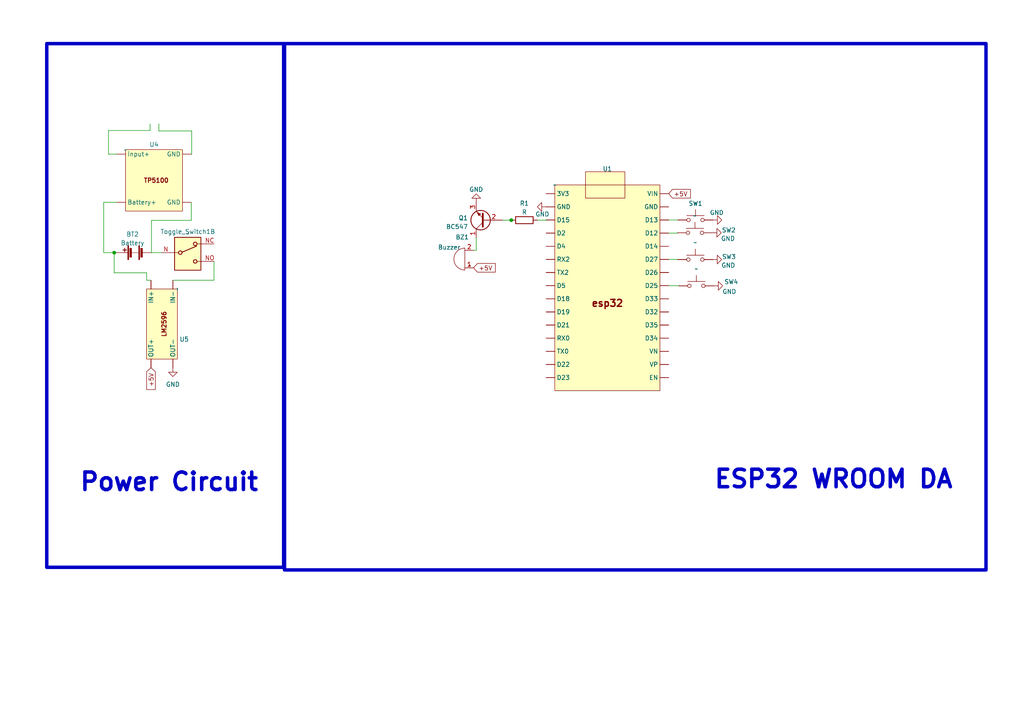
<source format=kicad_sch>
(kicad_sch (version 20230121) (generator eeschema)
  (paper "A4")
  (lib_symbols
    (symbol "Connector_Audio:XLR3_Switched" (pin_names hide)
      (property "Reference" "J" (at 0 8.89 0))
      (property "Value" "XLR3_Switched" (at 0 6.35 0))
      (symbol "XLR3_Switched_1_1"
        (circle (center -3.556 0) (radius 1.016))
        (circle (center 0 -3.556) (radius 1.016))
        (polyline (pts (xy -5.08 0) (xy -4.572 0)))
        (polyline (pts (xy 0 -5.08) (xy 0 -4.572)))
        (polyline (pts (xy 5.08 0) (xy 4.572 0)))
        (circle (center 0 0) (radius 5.08) (fill (type background)))
        (circle (center 3.556 0) (radius 1.016))
        (text "1" (at -3.556 1.778 0) (effects (font (size 1.016 1.016) bold)))
        (text "2" (at 3.556 1.778 0) (effects (font (size 1.016 1.016) bold)))
        (text "3" (at 0 -1.778 0) (effects (font (size 1.016 1.016) bold)))
        (pin passive line (at -7.62 0 0) (length 2.54) (name "~") (number "1"))
        (pin passive line (at 7.62 0 180) (length 2.54) (name "~") (number "2"))
        (pin passive line (at 0 -7.62 90) (length 2.54) (name "~") (number "3"))
      )
      (symbol "XLR3_Switched_2_1"
        (rectangle (start -3.81 4.445) (end 3.81 -5.08) (stroke (width 0.254)) (fill (type background)))
        (circle (center -2.159 0) (radius 0.508) (stroke (width 0.254)))
        (polyline (pts (xy -5.08 0) (xy -2.794 0)))
        (polyline (pts (xy -1.651 0.127) (xy 2.54 1.905)) (stroke (width 0.254)))
        (polyline (pts (xy 5.08 -2.54) (xy 2.794 -2.54)))
        (polyline (pts (xy 5.08 2.54) (xy 2.794 2.54)))
        (circle (center 2.159 -2.54) (radius 0.508) (stroke (width 0.254)))
        (circle (center 2.159 2.54) (radius 0.508) (stroke (width 0.254)))
        (pin passive line (at -7.62 0 0) (length 2.54) (name "~") (number "N"))
        (pin passive line (at 7.62 2.54 180) (length 2.54) (name "~") (number "NC"))
        (pin passive line (at 7.62 -2.54 180) (length 2.54) (name "~") (number "NO"))
      )
    )
    (symbol "Device:Battery" (pin_numbers hide) (pin_names (offset 0) hide)
      (property "Reference" "BT" (at 2.54 2.54 0))
      (property "Value" "Battery" (at 2.54 0 0))
      (symbol "Battery_0_1"
        (rectangle (start -2.032 -1.397) (end 2.032 -1.651) (fill (type outline)))
        (rectangle (start -2.032 1.778) (end 2.032 1.524) (fill (type outline)))
        (rectangle (start -1.3208 -1.9812) (end 1.27 -2.4892) (fill (type outline)))
        (rectangle (start -1.3208 1.1938) (end 1.27 0.6858) (fill (type outline)))
        (polyline (pts (xy 0 -1.524) (xy 0 -1.27)))
        (polyline (pts (xy 0 -1.016) (xy 0 -0.762)))
        (polyline (pts (xy 0 -0.508) (xy 0 -0.254)))
        (polyline (pts (xy 0 0) (xy 0 0.254)))
        (polyline (pts (xy 0 0.508) (xy 0 0.762)))
        (polyline (pts (xy 0 1.778) (xy 0 2.54)))
        (polyline (pts (xy 0.254 2.667) (xy 1.27 2.667)) (stroke (width 0.254)))
        (polyline (pts (xy 0.762 3.175) (xy 0.762 2.159)) (stroke (width 0.254)))
      )
      (symbol "Battery_1_1"
        (pin passive line (at 0 5.08 270) (length 2.54) (name "+") (number "1"))
        (pin passive line (at 0 -5.08 90) (length 2.54) (name "-") (number "2"))
      )
    )
    (symbol "Device:Buzzer" (pin_names (offset 0.0254) hide)
      (property "Reference" "BZ" (at 3.81 1.27 0))
      (property "Value" "Buzzer" (at 3.81 -1.27 0))
      (symbol "Buzzer_0_1"
        (arc (start 0 -3.175) (mid 3.1612 0) (end 0 3.175))
        (polyline (pts (xy -1.651 1.905) (xy -1.143 1.905)))
        (polyline (pts (xy -1.397 2.159) (xy -1.397 1.651)))
        (polyline (pts (xy 0 3.175) (xy 0 -3.175)))
      )
      (symbol "Buzzer_1_1"
        (pin passive line (at -2.54 2.54 0) (length 2.54) (name "-") (number "1"))
        (pin passive line (at -2.54 -2.54 0) (length 2.54) (name "+") (number "2"))
      )
    )
    (symbol "Device:R" (pin_numbers hide) (pin_names (offset 0))
      (property "Reference" "R" (at 2.032 0 90))
      (property "Value" "R" (at 0 0 90))
      (symbol "R_0_1"
        (rectangle (start -1.016 -2.54) (end 1.016 2.54) (stroke (width 0.254)))
      )
      (symbol "R_1_1"
        (pin passive line (at 0 3.81 270) (length 1.27) (name "~") (number "1"))
        (pin passive line (at 0 -3.81 90) (length 1.27) (name "~") (number "2"))
      )
    )
    (symbol "Switch:SW_Push" (pin_numbers hide) (pin_names (offset 1.016) hide)
      (property "Reference" "SW" (at 1.27 2.54 0))
      (property "Value" "SW_Push" (at 0 -1.524 0))
      (symbol "SW_Push_0_1"
        (circle (center -2.032 0) (radius 0.508))
        (polyline (pts (xy 0 1.27) (xy 0 3.048)))
        (polyline (pts (xy 2.54 1.27) (xy -2.54 1.27)))
        (circle (center 2.032 0) (radius 0.508))
        (pin passive line (at -5.08 0 0) (length 2.54) (name "1") (number "1"))
        (pin passive line (at 5.08 0 180) (length 2.54) (name "2") (number "2"))
      )
    )
    (symbol "Transistor_BJT:BC547" (pin_names (offset 0) hide)
      (property "Reference" "Q" (at 5.08 1.905 0))
      (property "Value" "BC547" (at 5.08 0 0))
      (symbol "BC547_0_1"
        (polyline (pts (xy 0 0) (xy 0.635 0)))
        (polyline (pts (xy 0.635 0.635) (xy 2.54 2.54)))
        (polyline (pts (xy 0.635 -0.635) (xy 2.54 -2.54) (xy 2.54 -2.54)))
        (polyline (pts (xy 0.635 1.905) (xy 0.635 -1.905) (xy 0.635 -1.905)) (stroke (width 0.508)))
        (polyline (pts (xy 1.27 -1.778) (xy 1.778 -1.27) (xy 2.286 -2.286) (xy 1.27 -1.778) (xy 1.27 -1.778)) (fill (type outline)))
        (circle (center 1.27 0) (radius 2.8194) (stroke (width 0.254)))
      )
      (symbol "BC547_1_1"
        (pin passive line (at 2.54 5.08 270) (length 2.54) (name "C") (number "1"))
        (pin input line (at -5.08 0 0) (length 5.08) (name "B") (number "2"))
        (pin passive line (at 2.54 -5.08 90) (length 2.54) (name "E") (number "3"))
      )
    )
    (symbol "buck_converter1:lm2596"
      (property "Reference" "U" (at 0 0 0))
      (symbol "lm2596_1_1"
        (rectangle (start 0 0) (end 20.32 -8.89) (fill (type background)))
        (text "LM2596" (at 10.16 -3.81 0) (effects (font (size 1.27 1.27) bold)))
        (pin input line (at -2.54 -7.62 0) (length 2.54) (name "IN+") (number ""))
        (pin input line (at -2.54 -1.27 0) (length 2.54) (name "IN-") (number ""))
        (pin input line (at 22.86 -7.62 180) (length 2.54) (name "OUT+") (number ""))
        (pin input line (at 22.86 -1.27 180) (length 2.54) (name "OUT-") (number ""))
      )
    )
    (symbol "esp32:esp32_wroom32_DA"
      (property "Reference" "U" (at 30.48 -58.42 0))
      (symbol "esp32_wroom32_DA_1_1"
        (rectangle (start 0 1.27) (end 30.48 -58.42) (fill (type background)))
        (rectangle (start 10.16 -54.61) (end 21.59 -62.23) (fill (type background)))
        (text "esp32\n" (at 15.24 -24.13 0) (effects (font (size 2 2) bold)))
        (pin input line (at 33.02 -55.88 180) (length 2.54) (name "3V3") (number ""))
        (pin input line (at -2.54 -44.45 0) (length 2.54) (name "D12") (number ""))
        (pin input line (at -2.54 -48.26 0) (length 2.54) (name "D13") (number ""))
        (pin input line (at -2.54 -40.64 0) (length 2.54) (name "D14") (number ""))
        (pin input line (at 33.02 -48.26 180) (length 2.54) (name "D15") (number ""))
        (pin input line (at 33.02 -25.4 180) (length 2.54) (name "D18") (number ""))
        (pin input line (at 33.02 -21.59 180) (length 2.54) (name "D19") (number ""))
        (pin input line (at 33.02 -44.45 180) (length 2.54) (name "D2") (number ""))
        (pin input line (at 33.02 -17.78 180) (length 2.54) (name "D21") (number ""))
        (pin input line (at 33.02 -6.35 180) (length 2.54) (name "D22") (number ""))
        (pin input line (at 33.02 -2.54 180) (length 2.54) (name "D23") (number ""))
        (pin input line (at -2.54 -29.21 0) (length 2.54) (name "D25") (number ""))
        (pin input line (at -2.54 -33.02 0) (length 2.54) (name "D26") (number ""))
        (pin input line (at -2.54 -36.83 0) (length 2.54) (name "D27") (number ""))
        (pin input line (at -2.54 -21.59 0) (length 2.54) (name "D32") (number ""))
        (pin input line (at -2.54 -25.4 0) (length 2.54) (name "D33") (number ""))
        (pin input line (at -2.54 -13.97 0) (length 2.54) (name "D34") (number ""))
        (pin input line (at -2.54 -17.78 0) (length 2.54) (name "D35") (number ""))
        (pin input line (at 33.02 -40.64 180) (length 2.54) (name "D4") (number ""))
        (pin input line (at 33.02 -29.21 180) (length 2.54) (name "D5") (number ""))
        (pin input line (at -2.54 -2.54 0) (length 2.54) (name "EN") (number ""))
        (pin input line (at -2.54 -52.07 0) (length 2.54) (name "GND") (number ""))
        (pin input line (at 33.02 -52.07 180) (length 2.54) (name "GND") (number ""))
        (pin input line (at 33.02 -13.97 180) (length 2.54) (name "RX0") (number ""))
        (pin input line (at 33.02 -36.83 180) (length 2.54) (name "RX2") (number ""))
        (pin input line (at 33.02 -10.16 180) (length 2.54) (name "TX0") (number ""))
        (pin input line (at 33.02 -33.02 180) (length 2.54) (name "TX2") (number ""))
        (pin input line (at -2.54 -55.88 0) (length 2.54) (name "VIN") (number ""))
        (pin input line (at -2.54 -10.16 0) (length 2.54) (name "VN") (number ""))
        (pin input line (at -2.54 -6.35 0) (length 2.54) (name "VP") (number ""))
      )
    )
    (symbol "li-ion_charger_module:2_cell_charger"
      (property "Reference" "U" (at 0 0 0))
      (symbol "2_cell_charger_1_1"
        (rectangle (start 0 0) (end 16.51 -17.78) (fill (type background)))
        (text "TP5100" (at 8.89 -8.89 0) (effects (font (size 1.27 1.27) bold)))
        (pin input line (at -2.54 -15.24 0) (length 2.54) (name "Battery+") (number ""))
        (pin input line (at 19.05 -15.24 180) (length 2.54) (name "GND") (number ""))
        (pin input line (at 19.05 -1.27 180) (length 2.54) (name "GND") (number ""))
        (pin input line (at -2.54 -1.27 0) (length 2.54) (name "input+") (number ""))
      )
    )
    (symbol "power:GND" (power) (pin_names (offset 0))
      (property "Value" "GND" (at 0 -3.81 0))
      (symbol "GND_0_1"
        (polyline (pts (xy 0 0) (xy 0 -1.27) (xy 1.27 -1.27) (xy 0 -2.54) (xy -1.27 -1.27) (xy 0 -1.27)))
      )
      (symbol "GND_1_1"
        (pin power_in line (at 0 0 270) (length 0) hide (name "GND") (number "1"))
      )
    )
  )
  (junction (at 148.2852 63.8556))
  (junction (at 33.1216 73.279))
  (wire (pts (xy 50.1396 81.28) (xy 62.0776 81.28)))
  (wire (pts (xy 30.0736 58.674) (xy 33.8836 58.674)))
  (wire (pts (xy 55.6006 37.973) (xy 55.6006 44.704)))
  (wire (pts (xy 62.0776 81.28) (xy 62.0776 75.819)))
  (wire (pts (xy 193.9544 63.8048) (xy 196.6468 63.8048)))
  (wire (pts (xy 43.5356 37.846) (xy 43.5356 35.941)))
  (wire (pts (xy 55.6006 44.704) (xy 55.4736 44.704)))
  (wire (pts (xy 30.0736 73.279) (xy 30.0736 58.674)))
  (wire (pts (xy 33.1216 79.121) (xy 33.1216 73.279)))
  (wire (pts (xy 196.596 75.2348) (xy 196.596 75.2856)))
  (wire (pts (xy 46.0756 37.973) (xy 55.6006 37.973)))
  (wire (pts (xy 193.9544 75.2348) (xy 196.596 75.2348)))
  (wire (pts (xy 158.4452 63.8556) (xy 158.4452 63.8048)))
  (wire (pts (xy 42.5196 81.28) (xy 42.5196 79.121)))
  (wire (pts (xy 33.7566 73.279) (xy 33.1216 73.279)))
  (wire (pts (xy 138.1252 72.5932) (xy 137.3632 72.5932)))
  (wire (pts (xy 55.4736 58.674) (xy 55.4736 63.9064)))
  (wire (pts (xy 42.5196 81.28) (xy 43.7896 81.28)))
  (wire (pts (xy 145.7452 63.8556) (xy 148.2852 63.8556)))
  (wire (pts (xy 196.9008 82.8548) (xy 196.9008 82.9056)))
  (wire (pts (xy 155.9052 63.8556) (xy 158.4452 63.8556)))
  (wire (pts (xy 55.4736 63.9064) (xy 43.942 63.9064)))
  (wire (pts (xy 46.0756 35.941) (xy 46.0756 37.973)))
  (wire (pts (xy 33.1216 73.279) (xy 30.0736 73.279)))
  (wire (pts (xy 43.942 63.9064) (xy 43.942 73.3044)))
  (wire (pts (xy 138.1252 68.9356) (xy 138.1252 72.5932)))
  (wire (pts (xy 158.4452 63.8048) (xy 158.3944 63.8048)))
  (wire (pts (xy 148.2852 63.8556) (xy 148.3868 63.8556)))
  (wire (pts (xy 31.4706 37.846) (xy 43.5356 37.846)))
  (wire (pts (xy 31.4706 44.704) (xy 31.4706 37.846)))
  (wire (pts (xy 33.8836 44.704) (xy 31.4706 44.704)))
  (wire (pts (xy 193.9544 82.8548) (xy 196.9008 82.8548)))
  (wire (pts (xy 43.9166 73.279) (xy 46.8376 73.279)))
  (wire (pts (xy 196.4944 67.6148) (xy 196.4944 67.5132)))
  (wire (pts (xy 193.9544 67.6148) (xy 196.4944 67.6148)))
  (wire (pts (xy 42.5196 79.121) (xy 33.1216 79.121)))
  (rectangle (start 13.5636 12.6492) (end 82.2706 164.5412) (stroke (width 1) (color 0 0 194 1)))
  (rectangle (start 82.5246 12.6492) (end 285.9786 165.3032) (stroke (width 1)))
  (text "Power Circuit" (at 22.7584 142.9004 0) (effects (font (size 5.08 5.08) bold) (justify left bottom)))
  (text "ESP32 WROOM DA" (at 206.756 142.0876 0) (effects (font (size 5.08 5.08) bold) (justify left bottom)))
  (global_label "+5V" (shape input) (at 193.9544 56.1848 0) (property "Intersheetrefs" "${INTERSHEET_REFS}" (effects hide)))
  (global_label "+5V" (shape input) (at 137.3632 77.6732 0) (property "Intersheetrefs" "${INTERSHEET_REFS}" (effects hide)))
  (global_label "+5V" (shape input) (at 43.7896 106.68 270) (property "Intersheetrefs" "${INTERSHEET_REFS}" (effects hide)))
  (symbol (lib_id "power:GND") (at 206.6544 67.5132 90) (unit 1)
    (property "Reference" "#PWR05" (effects hide))
    (property "Value" "GND" (at 209.0928 69.1896 90) (effects (justify right)))
  )
  (symbol (lib_id "power:GND") (at 206.8068 63.8048 90) (unit 1)
    (property "Reference" "#PWR04" (effects hide))
    (property "Value" "GND" (at 205.8416 61.6712 90) (effects (justify right)))
  )
  (symbol (lib_id "Switch:SW_Push") (at 201.676 75.2856 0) (unit 1)
    (property "Reference" "SW3" (at 211.4296 74.4728 0))
    (property "Value" "~" (at 201.676 70.358 0))
  )
  (symbol (lib_id "Switch:SW_Push") (at 201.9808 82.9056 0) (unit 1)
    (property "Reference" "SW4" (at 212.09 81.7372 0))
    (property "Value" "~" (at 201.9808 77.978 0))
  )
  (symbol (lib_id "power:GND") (at 50.1396 106.68 0) (unit 1)
    (property "Reference" "#PWR01" (effects hide))
    (property "Value" "GND" (at 50.1396 111.506 0))
  )
  (symbol (lib_id "Transistor_BJT:BC547") (at 140.6652 63.8556 180) (unit 1)
    (property "Reference" "Q1" (at 135.7376 63.2206 0) (effects (justify left)))
    (property "Value" "BC547" (at 135.7376 65.7606 0) (effects (justify left)))
    (property "Footprint" "Package_TO_SOT_THT:TO-92_Inline" (effects hide))
    (property "Datasheet" "https://www.onsemi.com/pub/Collateral/BC550-D.pdf" (effects hide))
  )
  (symbol (lib_id "power:GND") (at 138.1252 58.7756 180) (unit 1)
    (property "Reference" "#PWR02" (effects hide))
    (property "Value" "GND" (at 138.1252 54.9656 0))
  )
  (symbol (lib_id "Device:Buzzer") (at 134.8232 75.1332 180) (unit 1)
    (property "Reference" "BZ1" (at 134.0681 68.7832 0))
    (property "Value" "Buzzer" (at 130.302 71.7296 0))
  )
  (symbol (lib_id "power:GND") (at 207.0608 82.9056 90) (unit 1)
    (property "Reference" "#PWR07" (effects hide))
    (property "Value" "GND" (at 209.4992 84.582 90) (effects (justify right)))
  )
  (symbol (lib_id "Device:R") (at 152.0952 63.8556 90) (unit 1)
    (property "Reference" "R1" (at 152.0952 58.9788 90))
    (property "Value" "R" (at 152.0952 61.5188 90))
  )
  (symbol (lib_id "power:GND") (at 206.756 75.2856 90) (unit 1)
    (property "Reference" "#PWR06" (effects hide))
    (property "Value" "GND" (at 209.1944 76.962 90) (effects (justify right)))
  )
  (symbol (lib_id "esp32:esp32_wroom32_DA") (at 191.4144 112.0648 180) (unit 1)
    (property "Reference" "U1" (at 176.1744 48.9712 0))
    (property "Value" "~" (at 160.9344 53.6448 0))
  )
  (symbol (lib_id "Switch:SW_Push") (at 201.5744 67.5132 0) (unit 1)
    (property "Reference" "SW2" (at 211.3788 66.7512 0))
    (property "Value" "~" (at 201.5744 62.5856 0))
  )
  (symbol (lib_id "power:GND") (at 158.3944 59.9948 270) (unit 1)
    (property "Reference" "#PWR03" (effects hide))
    (property "Value" "GND" (at 159.3596 62.1284 90) (effects (justify right)))
  )
  (symbol (lib_id "Device:Battery") (at 38.8366 73.279 90) (unit 1)
    (property "Reference" "BT2" (at 38.4556 67.945 90))
    (property "Value" "Battery" (at 38.4556 70.485 90))
  )
  (symbol (lib_id "buck_converter1:lm2596") (at 51.4096 83.82 270) (unit 1)
    (property "Reference" "U5" (at 52.0446 98.425 90) (effects (justify left)))
    (property "Value" "~" (at 51.4096 83.82 0))
  )
  (symbol (lib_id "Connector_Audio:XLR3_Switched") (at 54.4576 73.279 0) (unit 2)
    (property "Reference" "Toggle_Switch1" (at 54.4576 67.183 0))
    (property "Value" "~" (at 54.4576 67.818 0))
    (property "Datasheet" " ~" (effects hide))
  )
  (symbol (lib_id "Switch:SW_Push") (at 201.7268 63.8048 0) (unit 1)
    (property "Reference" "SW1" (at 201.7268 59.0296 0))
    (property "Value" "~" (at 201.7268 58.8772 0))
  )
  (symbol (lib_id "li-ion_charger_module:2_cell_charger") (at 36.4236 43.434 0) (unit 1)
    (property "Reference" "U4" (at 44.6786 41.91 0))
    (property "Value" "~" (at 36.4236 43.434 0))
  )
)
</source>
